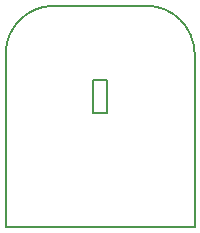
<source format=gbr>
G04 DipTrace 3.2.0.1*
G04 BoardOutline.gbr*
%MOIN*%
G04 #@! TF.FileFunction,Profile*
G04 #@! TF.Part,Single*
%ADD11C,0.005512*%
%FSLAX26Y26*%
G04*
G70*
G90*
G75*
G01*
G04 BoardOutline*
%LPD*%
X-314961Y185039D2*
D11*
G02X-157480Y342520I161417J-3937D01*
G01*
X157480D1*
G02X314961Y185039I-3937J-161417D01*
G01*
Y-393701D1*
X-314961D1*
Y185039D1*
X-23228Y94488D2*
X23228D1*
Y-15748D1*
X-23228D1*
Y94488D1*
M02*

</source>
